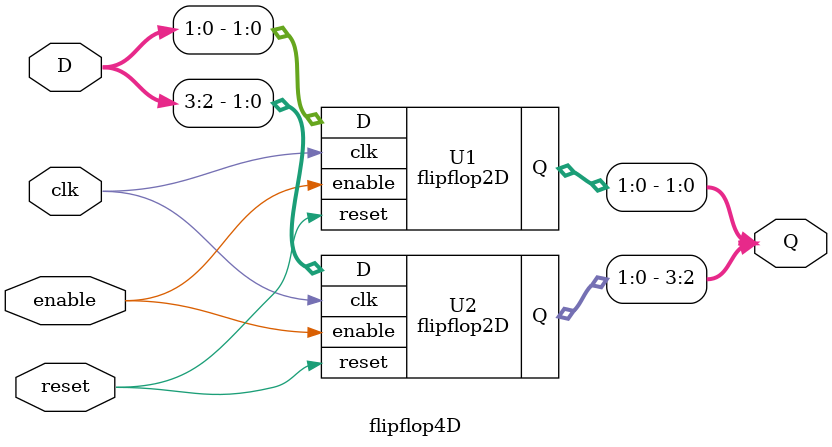
<source format=v>

module flipflopD (input wire clk, reset, enable, D,
                  output reg Q);

    always @ ( posedge clk, posedge reset ) begin
      if (reset) begin
        Q <= 1'b0;
      end
      else if (enable) begin //SI EL ENABLE == 1 DEJA PASAR EL VALOR DE D A LA SALIDA Q
        Q <= D;
      end
    end
endmodule // flipflopD

module flipflop2D (input wire clk, reset, enable,
                  input wire [1:0]D,
                  output wire [1:0]Q);
    flipflopD U1(clk,reset, enable,D[0],Q[0]);//LLAMAMOS AL MODULO flipflopD
    flipflopD U2(clk,reset, enable,D[1],Q[1]);//LLAMAMOS AL MODULO flipflopD

endmodule // flipflop2D

module flipflop4D (input wire clk, reset, enable,
                  input wire [3:0]D,
                  output wire [3:0]Q);
    flipflop2D U1(clk, reset, enable,D[1:0], Q[1:0]);//LLAMAMOS AL MODULO FLIPFLOP 2 BITS
    flipflop2D U2(clk, reset, enable,D[3:2], Q[3:2]);//LLAMAMOS AL MODULO FLIPFLOP 2 BITS

endmodule // flipflop4D

</source>
